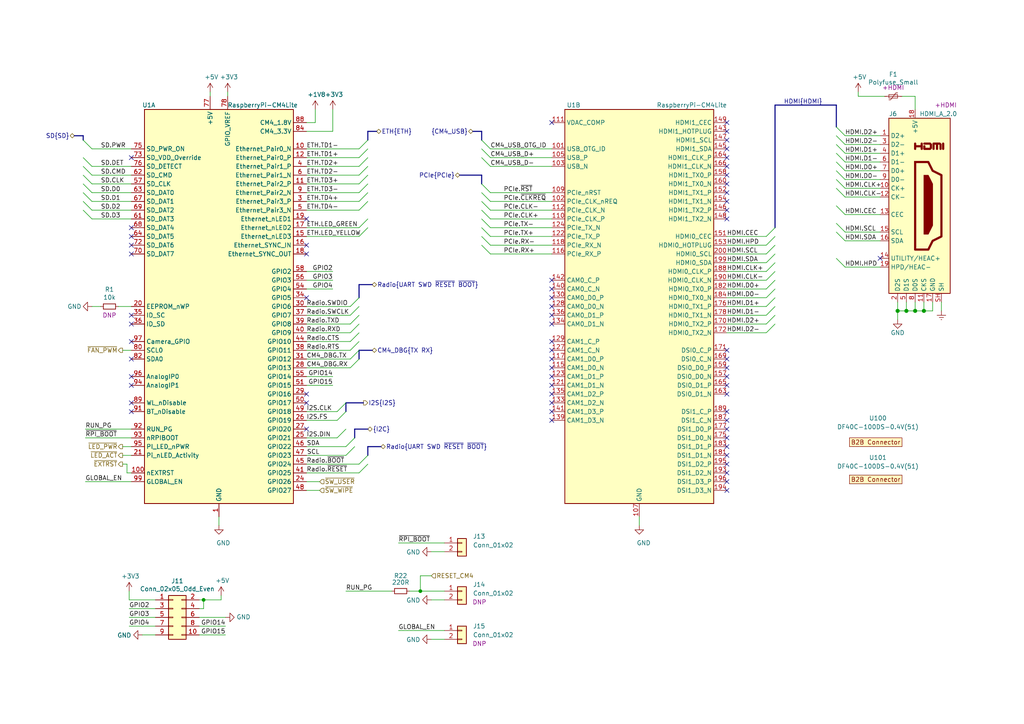
<source format=kicad_sch>
(kicad_sch (version 20210406) (generator eeschema)
  (paper "A4")
  (title_block (title "Compute Module 4") (date "2021-01-12") (rev "0.1") (company "Nabu Casa") (comment 1 "www.nabucasa.com") (comment 2 "Light Blue"))
  (bus_alias "PCIe" (members "~RST" "~CLKREQ" "CLK+" "CLK-" "TX+" "TX-" "RX+" "RX-"))
  (bus_alias "SD" (members "D[0..3]" "CMD" "CLK" "PWR" "DET"))
  (bus_alias "HDMI" (members "D0+" "D0-" "D1+" "D1-" "D2+" "D2-" "CLK+" "CLK-" "CEC" "HPD" "SDA" "SCL"))
  (bus_alias "UART" (members "TXD" "RXD" "CTS" "RTS"))
  (junction (at 59.055 173.99) (diameter 0.9144))
  (junction (at 121.92 171.45) (diameter 0.9144))
  (junction (at 260.35 90.17) (diameter 1.016))
  (junction (at 262.89 90.17) (diameter 1.016))
  (junction (at 265.43 90.17) (diameter 1.016))
  (junction (at 267.97 90.17) (diameter 1.016))
  (no_connect (at 38.1 45.72))
  (no_connect (at 38.1 66.04))
  (no_connect (at 38.1 68.58))
  (no_connect (at 38.1 71.12))
  (no_connect (at 38.1 73.66))
  (no_connect (at 38.1 91.44))
  (no_connect (at 38.1 93.98))
  (no_connect (at 38.1 99.06))
  (no_connect (at 38.1 104.14))
  (no_connect (at 38.1 109.22))
  (no_connect (at 38.1 111.76))
  (no_connect (at 38.1 116.84))
  (no_connect (at 38.1 119.38))
  (no_connect (at 88.9 63.5))
  (no_connect (at 88.9 71.12))
  (no_connect (at 88.9 73.66))
  (no_connect (at 88.9 86.36))
  (no_connect (at 88.9 114.3))
  (no_connect (at 88.9 116.84))
  (no_connect (at 88.9 124.46))
  (no_connect (at 160.02 35.56))
  (no_connect (at 160.02 81.28))
  (no_connect (at 160.02 83.82))
  (no_connect (at 160.02 86.36))
  (no_connect (at 160.02 88.9))
  (no_connect (at 160.02 91.44))
  (no_connect (at 160.02 93.98))
  (no_connect (at 160.02 99.06))
  (no_connect (at 160.02 101.6))
  (no_connect (at 160.02 104.14))
  (no_connect (at 160.02 106.68))
  (no_connect (at 160.02 109.22))
  (no_connect (at 160.02 111.76))
  (no_connect (at 160.02 114.3))
  (no_connect (at 160.02 116.84))
  (no_connect (at 160.02 119.38))
  (no_connect (at 160.02 121.92))
  (no_connect (at 210.82 35.56))
  (no_connect (at 210.82 38.1))
  (no_connect (at 210.82 40.64))
  (no_connect (at 210.82 43.18))
  (no_connect (at 210.82 45.72))
  (no_connect (at 210.82 48.26))
  (no_connect (at 210.82 50.8))
  (no_connect (at 210.82 53.34))
  (no_connect (at 210.82 55.88))
  (no_connect (at 210.82 58.42))
  (no_connect (at 210.82 60.96))
  (no_connect (at 210.82 63.5))
  (no_connect (at 210.82 101.6))
  (no_connect (at 210.82 104.14))
  (no_connect (at 210.82 106.68))
  (no_connect (at 210.82 109.22))
  (no_connect (at 210.82 111.76))
  (no_connect (at 210.82 114.3))
  (no_connect (at 210.82 119.38))
  (no_connect (at 210.82 121.92))
  (no_connect (at 210.82 124.46))
  (no_connect (at 210.82 127))
  (no_connect (at 210.82 129.54))
  (no_connect (at 210.82 132.08))
  (no_connect (at 210.82 134.62))
  (no_connect (at 210.82 137.16))
  (no_connect (at 210.82 139.7))
  (no_connect (at 210.82 142.24))
  (no_connect (at 255.27 74.93))
  (bus_entry (at 24.13 40.64) (size 2.54 2.54) (stroke (width 0.1524)))
  (bus_entry (at 24.13 45.72) (size 2.54 2.54) (stroke (width 0.1524)))
  (bus_entry (at 24.13 48.26) (size 2.54 2.54) (stroke (width 0.1524)))
  (bus_entry (at 24.13 50.8) (size 2.54 2.54) (stroke (width 0.1524)))
  (bus_entry (at 24.13 53.34) (size 2.54 2.54) (stroke (width 0.1524)))
  (bus_entry (at 24.13 55.88) (size 2.54 2.54) (stroke (width 0.1524)))
  (bus_entry (at 24.13 58.42) (size 2.54 2.54) (stroke (width 0.1524)))
  (bus_entry (at 24.13 60.96) (size 2.54 2.54) (stroke (width 0.1524)))
  (bus_entry (at 100.33 116.84) (size -2.54 2.54) (stroke (width 0.1524)))
  (bus_entry (at 100.33 119.38) (size -2.54 2.54) (stroke (width 0.1524)))
  (bus_entry (at 100.33 124.46) (size -2.54 2.54) (stroke (width 0.1524)))
  (bus_entry (at 102.87 127) (size -2.54 2.54) (stroke (width 0.1524)))
  (bus_entry (at 102.87 129.54) (size -2.54 2.54) (stroke (width 0.1524)))
  (bus_entry (at 104.14 43.18) (size 2.54 -2.54) (stroke (width 0.1524)))
  (bus_entry (at 104.14 45.72) (size 2.54 -2.54) (stroke (width 0.1524)))
  (bus_entry (at 104.14 48.26) (size 2.54 -2.54) (stroke (width 0.1524)))
  (bus_entry (at 104.14 50.8) (size 2.54 -2.54) (stroke (width 0.1524)))
  (bus_entry (at 104.14 53.34) (size 2.54 -2.54) (stroke (width 0.1524)))
  (bus_entry (at 104.14 55.88) (size 2.54 -2.54) (stroke (width 0.1524)))
  (bus_entry (at 104.14 58.42) (size 2.54 -2.54) (stroke (width 0.1524)))
  (bus_entry (at 104.14 60.96) (size 2.54 -2.54) (stroke (width 0.1524)))
  (bus_entry (at 104.14 66.04) (size 2.54 -2.54) (stroke (width 0.1524)))
  (bus_entry (at 104.14 68.58) (size 2.54 -2.54) (stroke (width 0.1524)))
  (bus_entry (at 104.14 86.36) (size -2.54 2.54) (stroke (width 0.1524)))
  (bus_entry (at 104.14 88.9) (size -2.54 2.54) (stroke (width 0.1524)))
  (bus_entry (at 104.14 91.44) (size -2.54 2.54) (stroke (width 0.1524)))
  (bus_entry (at 104.14 93.98) (size -2.54 2.54) (stroke (width 0.1524)))
  (bus_entry (at 104.14 96.52) (size -2.54 2.54) (stroke (width 0.1524)))
  (bus_entry (at 104.14 99.06) (size -2.54 2.54) (stroke (width 0.1524)))
  (bus_entry (at 104.14 101.6) (size -2.54 2.54) (stroke (width 0.1524)))
  (bus_entry (at 104.14 104.14) (size -2.54 2.54) (stroke (width 0.1524)))
  (bus_entry (at 106.68 132.08) (size -2.54 2.54) (stroke (width 0.1524)))
  (bus_entry (at 106.68 134.62) (size -2.54 2.54) (stroke (width 0.1524)))
  (bus_entry (at 139.7 40.64) (size 2.54 2.54) (stroke (width 0.1524)))
  (bus_entry (at 139.7 43.18) (size 2.54 2.54) (stroke (width 0.1524)))
  (bus_entry (at 139.7 45.72) (size 2.54 2.54) (stroke (width 0.1524)))
  (bus_entry (at 139.7 53.34) (size 2.54 2.54) (stroke (width 0.1524)))
  (bus_entry (at 139.7 55.88) (size 2.54 2.54) (stroke (width 0.1524)))
  (bus_entry (at 139.7 58.42) (size 2.54 2.54) (stroke (width 0.1524)))
  (bus_entry (at 139.7 60.96) (size 2.54 2.54) (stroke (width 0.1524)))
  (bus_entry (at 139.7 63.5) (size 2.54 2.54) (stroke (width 0.1524)))
  (bus_entry (at 139.7 66.04) (size 2.54 2.54) (stroke (width 0.1524)))
  (bus_entry (at 139.7 68.58) (size 2.54 2.54) (stroke (width 0.1524)))
  (bus_entry (at 139.7 71.12) (size 2.54 2.54) (stroke (width 0.1524)))
  (bus_entry (at 224.79 66.04) (size -2.54 2.54) (stroke (width 0.1524)))
  (bus_entry (at 224.79 68.58) (size -2.54 2.54) (stroke (width 0.1524)))
  (bus_entry (at 224.79 71.12) (size -2.54 2.54) (stroke (width 0.1524)))
  (bus_entry (at 224.79 73.66) (size -2.54 2.54) (stroke (width 0.1524)))
  (bus_entry (at 224.79 76.2) (size -2.54 2.54) (stroke (width 0.1524)))
  (bus_entry (at 224.79 78.74) (size -2.54 2.54) (stroke (width 0.1524)))
  (bus_entry (at 224.79 81.28) (size -2.54 2.54) (stroke (width 0.1524)))
  (bus_entry (at 224.79 83.82) (size -2.54 2.54) (stroke (width 0.1524)))
  (bus_entry (at 224.79 86.36) (size -2.54 2.54) (stroke (width 0.1524)))
  (bus_entry (at 224.79 88.9) (size -2.54 2.54) (stroke (width 0.1524)))
  (bus_entry (at 224.79 91.44) (size -2.54 2.54) (stroke (width 0.1524)))
  (bus_entry (at 224.79 93.98) (size -2.54 2.54) (stroke (width 0.1524)))
  (bus_entry (at 242.57 36.83) (size 2.54 2.54) (stroke (width 0.1524)))
  (bus_entry (at 242.57 39.37) (size 2.54 2.54) (stroke (width 0.1524)))
  (bus_entry (at 242.57 41.91) (size 2.54 2.54) (stroke (width 0.1524)))
  (bus_entry (at 242.57 44.45) (size 2.54 2.54) (stroke (width 0.1524)))
  (bus_entry (at 242.57 46.99) (size 2.54 2.54) (stroke (width 0.1524)))
  (bus_entry (at 242.57 49.53) (size 2.54 2.54) (stroke (width 0.1524)))
  (bus_entry (at 242.57 52.07) (size 2.54 2.54) (stroke (width 0.1524)))
  (bus_entry (at 242.57 54.61) (size 2.54 2.54) (stroke (width 0.1524)))
  (bus_entry (at 242.57 59.69) (size 2.54 2.54) (stroke (width 0.1524)))
  (bus_entry (at 242.57 64.77) (size 2.54 2.54) (stroke (width 0.1524)))
  (bus_entry (at 242.57 67.31) (size 2.54 2.54) (stroke (width 0.1524)))
  (bus_entry (at 242.57 74.93) (size 2.54 2.54) (stroke (width 0.1524)))
  (wire (pts (xy 24.765 124.46) (xy 38.1 124.46)))
  (wire (pts (xy 24.765 127) (xy 38.1 127)))
  (wire (pts (xy 24.765 139.7) (xy 38.1 139.7)))
  (wire (pts (xy 26.67 43.18) (xy 38.1 43.18)))
  (wire (pts (xy 26.67 48.26) (xy 38.1 48.26)))
  (wire (pts (xy 26.67 50.8) (xy 38.1 50.8)))
  (wire (pts (xy 26.67 53.34) (xy 38.1 53.34)))
  (wire (pts (xy 26.67 55.88) (xy 38.1 55.88)))
  (wire (pts (xy 26.67 58.42) (xy 38.1 58.42)))
  (wire (pts (xy 26.67 60.96) (xy 38.1 60.96)))
  (wire (pts (xy 26.67 63.5) (xy 38.1 63.5)))
  (wire (pts (xy 26.67 88.9) (xy 29.21 88.9)))
  (wire (pts (xy 34.29 88.9) (xy 38.1 88.9)))
  (wire (pts (xy 35.56 101.6) (xy 38.1 101.6)))
  (wire (pts (xy 35.56 129.54) (xy 38.1 129.54)))
  (wire (pts (xy 35.56 132.08) (xy 38.1 132.08)))
  (wire (pts (xy 36.83 134.62) (xy 35.56 134.62)))
  (wire (pts (xy 36.83 137.16) (xy 36.83 134.62)))
  (wire (pts (xy 37.465 173.99) (xy 37.465 171.45)))
  (wire (pts (xy 37.465 176.53) (xy 45.085 176.53)))
  (wire (pts (xy 37.465 179.07) (xy 45.085 179.07)))
  (wire (pts (xy 37.465 181.61) (xy 45.085 181.61)))
  (wire (pts (xy 38.1 137.16) (xy 36.83 137.16)))
  (wire (pts (xy 41.275 184.15) (xy 45.085 184.15)))
  (wire (pts (xy 45.085 173.99) (xy 37.465 173.99)))
  (wire (pts (xy 57.785 173.99) (xy 59.055 173.99)))
  (wire (pts (xy 57.785 176.53) (xy 59.055 176.53)))
  (wire (pts (xy 57.785 179.07) (xy 65.405 179.07)))
  (wire (pts (xy 57.785 181.61) (xy 65.405 181.61)))
  (wire (pts (xy 57.785 184.15) (xy 65.405 184.15)))
  (wire (pts (xy 59.055 173.99) (xy 64.135 173.99)))
  (wire (pts (xy 59.055 176.53) (xy 59.055 173.99)))
  (wire (pts (xy 60.96 26.67) (xy 60.96 27.94)))
  (wire (pts (xy 63.5 149.86) (xy 63.5 152.4)))
  (wire (pts (xy 64.135 173.99) (xy 64.135 172.72)))
  (wire (pts (xy 66.04 26.67) (xy 66.04 27.94)))
  (wire (pts (xy 88.9 35.56) (xy 91.44 35.56)))
  (wire (pts (xy 88.9 38.1) (xy 96.52 38.1)))
  (wire (pts (xy 88.9 43.18) (xy 104.14 43.18)))
  (wire (pts (xy 88.9 45.72) (xy 104.14 45.72)))
  (wire (pts (xy 88.9 48.26) (xy 104.14 48.26)))
  (wire (pts (xy 88.9 50.8) (xy 104.14 50.8)))
  (wire (pts (xy 88.9 53.34) (xy 104.14 53.34)))
  (wire (pts (xy 88.9 55.88) (xy 104.14 55.88)))
  (wire (pts (xy 88.9 58.42) (xy 104.14 58.42)))
  (wire (pts (xy 88.9 60.96) (xy 104.14 60.96)))
  (wire (pts (xy 88.9 66.04) (xy 104.14 66.04)))
  (wire (pts (xy 88.9 68.58) (xy 104.14 68.58)))
  (wire (pts (xy 88.9 88.9) (xy 101.6 88.9)))
  (wire (pts (xy 88.9 91.44) (xy 101.6 91.44)))
  (wire (pts (xy 88.9 93.98) (xy 101.6 93.98)))
  (wire (pts (xy 88.9 96.52) (xy 101.6 96.52)))
  (wire (pts (xy 88.9 99.06) (xy 101.6 99.06)))
  (wire (pts (xy 88.9 101.6) (xy 101.6 101.6)))
  (wire (pts (xy 88.9 104.14) (xy 101.6 104.14)))
  (wire (pts (xy 88.9 106.68) (xy 101.6 106.68)))
  (wire (pts (xy 88.9 109.22) (xy 96.52 109.22)))
  (wire (pts (xy 88.9 111.76) (xy 96.52 111.76)))
  (wire (pts (xy 88.9 119.38) (xy 97.79 119.38)))
  (wire (pts (xy 88.9 121.92) (xy 97.79 121.92)))
  (wire (pts (xy 88.9 127) (xy 97.79 127)))
  (wire (pts (xy 88.9 129.54) (xy 100.33 129.54)))
  (wire (pts (xy 88.9 132.08) (xy 100.33 132.08)))
  (wire (pts (xy 88.9 134.62) (xy 104.14 134.62)))
  (wire (pts (xy 88.9 137.16) (xy 104.14 137.16)))
  (wire (pts (xy 88.9 139.7) (xy 92.71 139.7)))
  (wire (pts (xy 88.9 142.24) (xy 92.71 142.24)))
  (wire (pts (xy 91.44 35.56) (xy 91.44 31.75)))
  (wire (pts (xy 96.52 38.1) (xy 96.52 31.75)))
  (wire (pts (xy 96.52 78.74) (xy 88.9 78.74)))
  (wire (pts (xy 96.52 81.28) (xy 88.9 81.28)))
  (wire (pts (xy 96.52 83.82) (xy 88.9 83.82)))
  (wire (pts (xy 100.33 171.45) (xy 113.665 171.45)))
  (wire (pts (xy 115.57 157.48) (xy 128.905 157.48)))
  (wire (pts (xy 115.57 182.88) (xy 128.905 182.88)))
  (wire (pts (xy 118.745 171.45) (xy 121.92 171.45)))
  (wire (pts (xy 121.92 167.005) (xy 121.92 171.45)))
  (wire (pts (xy 121.92 171.45) (xy 128.905 171.45)))
  (wire (pts (xy 125.095 160.02) (xy 128.905 160.02)))
  (wire (pts (xy 125.095 167.005) (xy 121.92 167.005)))
  (wire (pts (xy 125.095 173.99) (xy 128.905 173.99)))
  (wire (pts (xy 125.095 185.42) (xy 128.905 185.42)))
  (wire (pts (xy 142.24 43.18) (xy 160.02 43.18)))
  (wire (pts (xy 142.24 45.72) (xy 160.02 45.72)))
  (wire (pts (xy 142.24 48.26) (xy 160.02 48.26)))
  (wire (pts (xy 142.24 55.88) (xy 160.02 55.88)))
  (wire (pts (xy 142.24 58.42) (xy 160.02 58.42)))
  (wire (pts (xy 142.24 60.96) (xy 160.02 60.96)))
  (wire (pts (xy 142.24 63.5) (xy 160.02 63.5)))
  (wire (pts (xy 142.24 66.04) (xy 160.02 66.04)))
  (wire (pts (xy 142.24 68.58) (xy 160.02 68.58)))
  (wire (pts (xy 142.24 71.12) (xy 160.02 71.12)))
  (wire (pts (xy 142.24 73.66) (xy 160.02 73.66)))
  (wire (pts (xy 185.42 149.86) (xy 185.42 152.4)))
  (wire (pts (xy 210.82 68.58) (xy 222.25 68.58)))
  (wire (pts (xy 210.82 71.12) (xy 222.25 71.12)))
  (wire (pts (xy 210.82 73.66) (xy 222.25 73.66)))
  (wire (pts (xy 210.82 76.2) (xy 222.25 76.2)))
  (wire (pts (xy 210.82 78.74) (xy 222.25 78.74)))
  (wire (pts (xy 210.82 81.28) (xy 222.25 81.28)))
  (wire (pts (xy 210.82 83.82) (xy 222.25 83.82)))
  (wire (pts (xy 210.82 86.36) (xy 222.25 86.36)))
  (wire (pts (xy 210.82 88.9) (xy 222.25 88.9)))
  (wire (pts (xy 210.82 91.44) (xy 222.25 91.44)))
  (wire (pts (xy 210.82 93.98) (xy 222.25 93.98)))
  (wire (pts (xy 210.82 96.52) (xy 222.25 96.52)))
  (wire (pts (xy 245.11 39.37) (xy 255.27 39.37)))
  (wire (pts (xy 245.11 41.91) (xy 255.27 41.91)))
  (wire (pts (xy 245.11 44.45) (xy 255.27 44.45)))
  (wire (pts (xy 245.11 46.99) (xy 255.27 46.99)))
  (wire (pts (xy 245.11 49.53) (xy 255.27 49.53)))
  (wire (pts (xy 245.11 52.07) (xy 255.27 52.07)))
  (wire (pts (xy 245.11 54.61) (xy 255.27 54.61)))
  (wire (pts (xy 245.11 57.15) (xy 255.27 57.15)))
  (wire (pts (xy 245.11 62.23) (xy 255.27 62.23)))
  (wire (pts (xy 245.11 67.31) (xy 255.27 67.31)))
  (wire (pts (xy 245.11 69.85) (xy 255.27 69.85)))
  (wire (pts (xy 245.11 77.47) (xy 255.27 77.47)))
  (wire (pts (xy 248.92 27.94) (xy 248.92 26.67)))
  (wire (pts (xy 256.54 27.94) (xy 248.92 27.94)))
  (wire (pts (xy 260.35 87.63) (xy 260.35 90.17)))
  (wire (pts (xy 260.35 90.17) (xy 260.35 92.71)))
  (wire (pts (xy 260.35 90.17) (xy 262.89 90.17)))
  (wire (pts (xy 262.89 90.17) (xy 262.89 87.63)))
  (wire (pts (xy 262.89 90.17) (xy 265.43 90.17)))
  (wire (pts (xy 265.43 27.94) (xy 261.62 27.94)))
  (wire (pts (xy 265.43 31.75) (xy 265.43 27.94)))
  (wire (pts (xy 265.43 90.17) (xy 265.43 87.63)))
  (wire (pts (xy 265.43 90.17) (xy 267.97 90.17)))
  (wire (pts (xy 267.97 90.17) (xy 267.97 87.63)))
  (wire (pts (xy 267.97 90.17) (xy 270.51 90.17)))
  (wire (pts (xy 270.51 90.17) (xy 270.51 87.63)))
  (wire (pts (xy 273.05 90.17) (xy 273.05 87.63)))
  (bus (pts (xy 21.59 39.37) (xy 24.13 39.37)))
  (bus (pts (xy 24.13 39.37) (xy 24.13 60.96)))
  (bus (pts (xy 100.33 116.84) (xy 100.33 124.46)))
  (bus (pts (xy 102.87 124.46) (xy 102.87 129.54)))
  (bus (pts (xy 104.14 82.55) (xy 104.14 99.06)))
  (bus (pts (xy 104.14 101.6) (xy 107.95 101.6)))
  (bus (pts (xy 104.14 104.14) (xy 104.14 101.6)))
  (bus (pts (xy 105.41 116.84) (xy 100.33 116.84)))
  (bus (pts (xy 106.68 38.1) (xy 106.68 66.04)))
  (bus (pts (xy 106.68 38.1) (xy 109.22 38.1)))
  (bus (pts (xy 106.68 124.46) (xy 102.87 124.46)))
  (bus (pts (xy 106.68 129.54) (xy 106.68 134.62)))
  (bus (pts (xy 107.95 82.55) (xy 104.14 82.55)))
  (bus (pts (xy 110.49 129.54) (xy 106.68 129.54)))
  (bus (pts (xy 133.35 50.8) (xy 139.7 50.8)))
  (bus (pts (xy 137.16 38.1) (xy 139.7 38.1)))
  (bus (pts (xy 139.7 38.1) (xy 139.7 45.72)))
  (bus (pts (xy 139.7 50.8) (xy 139.7 71.12)))
  (bus (pts (xy 224.79 30.48) (xy 224.79 93.98)))
  (bus (pts (xy 242.57 30.48) (xy 224.79 30.48)))
  (bus (pts (xy 242.57 30.48) (xy 242.57 74.93)))
  (label "RUN_PG" (at 24.765 124.46 0))
  (label "~RPI_BOOT" (at 24.765 127 0))
  (label "GLOBAL_EN" (at 24.765 139.7 0))
  (label "SD.PWR" (at 29.21 43.18 0))
  (label "SD.DET" (at 29.21 48.26 0))
  (label "SD.CMD" (at 29.21 50.8 0))
  (label "SD.CLK" (at 29.21 53.34 0))
  (label "SD.D0" (at 29.21 55.88 0))
  (label "SD.D1" (at 29.21 58.42 0))
  (label "SD.D2" (at 29.21 60.96 0))
  (label "SD.D3" (at 29.21 63.5 0))
  (label "GPIO2" (at 37.465 176.53 0))
  (label "GPIO3" (at 37.465 179.07 0))
  (label "GPIO4" (at 37.465 181.61 0))
  (label "GPIO14" (at 65.405 181.61 180))
  (label "GPIO15" (at 65.405 184.15 180))
  (label "ETH.TD1-" (at 88.9 43.18 0))
  (label "ETH.TD1+" (at 88.9 45.72 0))
  (label "ETH.TD2+" (at 88.9 48.26 0))
  (label "ETH.TD2-" (at 88.9 50.8 0))
  (label "ETH.TD3+" (at 88.9 53.34 0))
  (label "ETH.TD3-" (at 88.9 55.88 0))
  (label "ETH.TD4+" (at 88.9 58.42 0))
  (label "ETH.TD4-" (at 88.9 60.96 0))
  (label "ETH.LED_GREEN" (at 88.9 66.04 0))
  (label "ETH.LED_YELLOW" (at 88.9 68.58 0))
  (label "Radio.SWDIO" (at 88.9 88.9 0))
  (label "Radio.SWCLK" (at 88.9 91.44 0))
  (label "Radio.TXD" (at 88.9 93.98 0))
  (label "Radio.RXD" (at 88.9 96.52 0))
  (label "Radio.CTS" (at 88.9 99.06 0))
  (label "Radio.RTS" (at 88.9 101.6 0))
  (label "CM4_DBG.TX" (at 88.9 104.14 0))
  (label "CM4_DBG.RX" (at 88.9 106.68 0))
  (label "I2S.CLK" (at 88.9 119.38 0))
  (label "I2S.FS" (at 88.9 121.92 0))
  (label "I2S.DIN" (at 88.9 127 0))
  (label "Radio.~BOOT" (at 88.9 134.62 0))
  (label "Radio.~RESET" (at 88.9 137.16 0))
  (label "SDA" (at 92.71 129.54 180))
  (label "SCL" (at 92.71 132.08 180))
  (label "GPIO2" (at 96.52 78.74 180))
  (label "GPIO3" (at 96.52 81.28 180))
  (label "GPIO4" (at 96.52 83.82 180))
  (label "GPIO14" (at 96.52 109.22 180))
  (label "GPIO15" (at 96.52 111.76 180))
  (label "RUN_PG" (at 100.33 171.45 0))
  (label "~RPI_BOOT" (at 115.57 157.48 0))
  (label "GLOBAL_EN" (at 115.57 182.88 0))
  (label "CM4_USB_OTG_ID" (at 142.24 43.18 0))
  (label "CM4_USB_D+" (at 142.24 45.72 0))
  (label "CM4_USB_D-" (at 142.24 48.26 0))
  (label "PCIe.~RST" (at 146.05 55.88 0))
  (label "PCIe.~CLKREQ" (at 146.05 58.42 0))
  (label "PCIe.CLK-" (at 146.05 60.96 0))
  (label "PCIe.CLK+" (at 146.05 63.5 0))
  (label "PCIe.TX-" (at 146.05 66.04 0))
  (label "PCIe.TX+" (at 146.05 68.58 0))
  (label "PCIe.RX-" (at 146.05 71.12 0))
  (label "PCIe.RX+" (at 146.05 73.66 0))
  (label "HDMI.CEC" (at 210.82 68.58 0))
  (label "HDMI.HPD" (at 210.82 71.12 0))
  (label "HDMI.SCL" (at 210.82 73.66 0))
  (label "HDMI.SDA" (at 210.82 76.2 0))
  (label "HDMI.CLK+" (at 210.82 78.74 0))
  (label "HDMI.CLK-" (at 210.82 81.28 0))
  (label "HDMI.D0+" (at 210.82 83.82 0))
  (label "HDMI.D0-" (at 210.82 86.36 0))
  (label "HDMI.D1+" (at 210.82 88.9 0))
  (label "HDMI.D1-" (at 210.82 91.44 0))
  (label "HDMI.D2+" (at 210.82 93.98 0))
  (label "HDMI.D2-" (at 210.82 96.52 0))
  (label "HDMI{HDMI}" (at 227.33 30.48 0))
  (label "HDMI.D2+" (at 245.11 39.37 0))
  (label "HDMI.D2-" (at 245.11 41.91 0))
  (label "HDMI.D1+" (at 245.11 44.45 0))
  (label "HDMI.D1-" (at 245.11 46.99 0))
  (label "HDMI.D0+" (at 245.11 49.53 0))
  (label "HDMI.D0-" (at 245.11 52.07 0))
  (label "HDMI.CLK+" (at 245.11 54.61 0))
  (label "HDMI.CLK-" (at 245.11 57.15 0))
  (label "HDMI.CEC" (at 245.11 62.23 0))
  (label "HDMI.SCL" (at 245.11 67.31 0))
  (label "HDMI.SDA" (at 245.11 69.85 0))
  (label "HDMI.HPD" (at 245.11 77.47 0))
  (hierarchical_label "SD{SD}" (shape bidirectional) (at 21.59 39.37 180))
  (hierarchical_label "~FAN_PWM" (shape output) (at 35.56 101.6 180))
  (hierarchical_label "~LED_PWR" (shape output) (at 35.56 129.54 180))
  (hierarchical_label "~LED_ACT" (shape output) (at 35.56 132.08 180))
  (hierarchical_label "~EXTRST" (shape output) (at 35.56 134.62 180))
  (hierarchical_label "~SW_USER" (shape input) (at 92.71 139.7 0))
  (hierarchical_label "~SW_WIPE" (shape input) (at 92.71 142.24 0))
  (hierarchical_label "I2S{I2S}" (shape output) (at 105.41 116.84 0))
  (hierarchical_label "{I2C}" (shape bidirectional) (at 106.68 124.46 0))
  (hierarchical_label "Radio{UART SWD ~RESET ~BOOT}" (shape bidirectional) (at 107.95 82.55 0))
  (hierarchical_label "CM4_DBG{TX RX}" (shape bidirectional) (at 107.95 101.6 0))
  (hierarchical_label "ETH{ETH}" (shape bidirectional) (at 109.22 38.1 0))
  (hierarchical_label "Radio{UART SWD ~RESET ~BOOT}" (shape bidirectional) (at 110.49 129.54 0))
  (hierarchical_label "RESET_CM4" (shape input) (at 125.095 167.005 0))
  (hierarchical_label "PCIe{PCIe}" (shape bidirectional) (at 133.35 50.8 180))
  (hierarchical_label "{CM4_USB}" (shape bidirectional) (at 137.16 38.1 180))
  (symbol (lib_id "power:+3V3") (at 37.465 171.45 0) (unit 1)
    (property "Reference" "#PWR0111" (effects hide))
    (property "Value" "+3V3" (at 37.8333 167.1256 0))
  )
  (symbol (lib_id "power:+5V") (at 60.96 26.67 0) (unit 1)
    (property "Reference" "#PWR0105" (effects hide))
    (property "Value" "+5V" (at 61.3283 22.3456 0))
  )
  (symbol (lib_id "power:+5V") (at 64.135 172.72 0) (unit 1)
    (property "Reference" "#PWR0112" (effects hide))
    (property "Value" "+5V" (at 64.5033 168.3956 0))
  )
  (symbol (lib_id "power:+3V3") (at 66.04 26.67 0) (unit 1)
    (property "Reference" "#PWR0106" (effects hide))
    (property "Value" "+3V3" (at 66.4083 22.3456 0))
  )
  (symbol (lib_id "power:+1V8") (at 91.44 31.75 0) (unit 1)
    (property "Reference" "#PWR0107" (effects hide))
    (property "Value" "+1V8" (at 91.8083 27.4256 0))
  )
  (symbol (lib_id "power:+3V3") (at 96.52 31.75 0) (unit 1)
    (property "Reference" "#PWR0108" (effects hide))
    (property "Value" "+3V3" (at 96.8883 27.4256 0))
  )
  (symbol (lib_id "power:+5V") (at 248.92 26.67 0) (unit 1)
    (property "Reference" "#PWR0103" (effects hide))
    (property "Value" "+5V" (at 249.2883 22.3456 0))
  )
  (symbol (lib_id "power:GND") (at 26.67 88.9 270) (unit 1)
    (property "Reference" "#PWR0104" (effects hide))
    (property "Value" "GND" (at 21.59 88.9 90))
  )
  (symbol (lib_id "power:GND") (at 41.275 184.15 270) (unit 1)
    (property "Reference" "#PWR0110" (effects hide))
    (property "Value" "GND" (at 38.1 184.2643 90) (effects (justify right)))
  )
  (symbol (lib_id "power:GND") (at 63.5 152.4 0) (unit 1)
    (property "Reference" "#PWR0109" (effects hide))
    (property "Value" "GND" (at 64.77 157.48 0))
  )
  (symbol (lib_id "power:GND") (at 65.405 179.07 90) (unit 1)
    (property "Reference" "#PWR0113" (effects hide))
    (property "Value" "GND" (at 68.5801 178.9557 90) (effects (justify right)))
  )
  (symbol (lib_id "power:GND") (at 125.095 160.02 270) (unit 1)
    (property "Reference" "#PWR0190" (effects hide))
    (property "Value" "GND" (at 121.92 160.1343 90) (effects (justify right)))
  )
  (symbol (lib_id "power:GND") (at 125.095 173.99 270) (unit 1)
    (property "Reference" "#PWR0127" (effects hide))
    (property "Value" "GND" (at 121.92 174.1043 90) (effects (justify right)))
  )
  (symbol (lib_id "power:GND") (at 125.095 185.42 270) (unit 1)
    (property "Reference" "#PWR0125" (effects hide))
    (property "Value" "GND" (at 121.92 185.5343 90) (effects (justify right)))
  )
  (symbol (lib_id "power:GND") (at 185.42 152.4 0) (unit 1)
    (property "Reference" "#PWR0114" (effects hide))
    (property "Value" "GND" (at 186.69 157.48 0))
  )
  (symbol (lib_id "power:GND") (at 260.35 92.71 0) (unit 1)
    (property "Reference" "#PWR0101" (effects hide))
    (property "Value" "GND" (at 260.35 96.52 0))
  )
  (symbol (lib_id "power:Earth") (at 273.05 90.17 0) (unit 1)
    (property "Reference" "#PWR0102" (effects hide))
    (property "Value" "Earth" (effects hide))
  )
  (symbol (lib_id "Device:R_Small") (at 31.75 88.9 90) (unit 1)
    (property "Reference" "R1" (at 31.75 83.9532 90))
    (property "Value" "10k" (at 31.75 86.252 90))
    (property "Footprint" "Resistor_SMD:R_0402_1005Metric" (effects hide))
    (property "Config" "DNP" (at 31.75 91.44 90))
  )
  (symbol (lib_id "Device:R_Small") (at 116.205 171.45 90) (unit 1)
    (property "Reference" "R22" (at 116.205 167.005 90))
    (property "Value" "220R" (at 116.205 168.91 90))
    (property "Footprint" "Resistor_SMD:R_0402_1005Metric" (effects hide))
  )
  (symbol (lib_id "Device:Polyfuse_Small") (at 259.08 27.94 90) (unit 1)
    (property "Reference" "F1" (at 259.08 21.5708 90))
    (property "Value" "Polyfuse_Small" (at 259.08 23.8695 90))
    (property "Footprint" "Fuse:Fuse_1206_3216Metric" (effects hide))
    (property "Config" "+HDMI" (at 259.08 25.4 90))
    (property "Manufacturer" "Bel Fuse" (effects hide))
    (property "PartNumber" "0ZCJ0010FF2E" (effects hide))
  )
  (symbol (lib_id "Connector_Generic:Conn_01x02") (at 133.985 157.48 0) (unit 1)
    (property "Reference" "J13" (at 137.16 155.5749 0) (effects (justify left)))
    (property "Value" "Conn_01x02" (at 137.16 158.1149 0) (effects (justify left)))
    (property "Footprint" "Connector_PinHeader_2.54mm:PinHeader_1x02_P2.54mm_Vertical" (effects hide))
    (property "Manufacturer" "Adam Tech" (effects hide))
    (property "PartNumber" "PH1-02-UA" (effects hide))
  )
  (symbol (lib_id "Connector_Generic:Conn_01x02") (at 133.985 171.45 0) (unit 1)
    (property "Reference" "J14" (at 137.16 169.5449 0) (effects (justify left)))
    (property "Value" "Conn_01x02" (at 137.16 172.0849 0) (effects (justify left)))
    (property "Footprint" "Connector_PinHeader_2.54mm:PinHeader_1x02_P2.54mm_Vertical" (effects hide))
    (property "Config" "DNP" (at 139.065 174.625 0))
    (property "Manufacturer" "Adam Tech" (effects hide))
    (property "PartNumber" "PH1-02-UA" (effects hide))
  )
  (symbol (lib_id "Connector_Generic:Conn_01x02") (at 133.985 182.88 0) (unit 1)
    (property "Reference" "J15" (at 137.16 181.6099 0) (effects (justify left)))
    (property "Value" "Conn_01x02" (at 137.16 184.1499 0) (effects (justify left)))
    (property "Footprint" "Connector_PinHeader_2.54mm:PinHeader_1x02_P2.54mm_Vertical" (effects hide))
    (property "Config" "DNP" (at 139.065 186.69 0))
    (property "Manufacturer" "Adam Tech" (effects hide))
    (property "PartNumber" "PH1-02-UA" (effects hide))
  )
  (symbol (lib_id "LightBlue:DF40C-100DS-0.4V(51)") (at 254 128.27 0) (unit 1) (on_board no)
    (property "Reference" "U100" (at 254.635 121.285 0))
    (property "Value" "DF40C-100DS-0.4V(51)" (at 254.635 123.825 0))
    (property "Datasheet" "https://www.hirose.com/product/download/?distributor=digikey&type=specSheet&lang=en&num=DF40C-100DS-0.4V(51)" (effects hide))
    (property "Manufacturer" "Hirose Electric" (effects hide))
    (property "PartNumber" "DF40C-100DS-0.4V(51)" (effects hide))
  )
  (symbol (lib_id "LightBlue:DF40C-100DS-0.4V(51)") (at 254 139.065 0) (unit 1) (on_board no)
    (property "Reference" "U101" (at 254.635 132.715 0))
    (property "Value" "DF40C-100DS-0.4V(51)" (at 254.635 135.255 0))
    (property "Datasheet" "https://www.hirose.com/product/download/?distributor=digikey&type=specSheet&lang=en&num=DF40C-100DS-0.4V(51)" (effects hide))
    (property "Manufacturer" "Hirose Electric" (effects hide))
    (property "PartNumber" "DF40C-100DS-0.4V(51)" (effects hide))
  )
  (symbol (lib_id "Connector_Generic:Conn_02x05_Odd_Even") (at 50.165 179.07 0) (unit 1)
    (property "Reference" "J11" (at 51.435 168.5098 0))
    (property "Value" "Conn_02x05_Odd_Even" (at 51.435 170.8085 0))
    (property "Footprint" "Connector_PinHeader_2.54mm:PinHeader_2x05_P2.54mm_Vertical" (effects hide))
    (property "Manufacturer" "Adam Tech" (effects hide))
    (property "PartNumber" "PH2-10-UA" (effects hide))
  )
  (symbol (lib_id "Connector:HDMI_A_1.4") (at 265.43 59.69 0) (unit 1)
    (property "Reference" "J6" (at 257.81 33.02 0) (effects (justify left)))
    (property "Value" "HDMI_A_2.0" (at 266.7 33.02 0) (effects (justify left)))
    (property "Footprint" "Connector_HDMI:HDMI_Micro-D_Molex_46765-1x01" (effects hide))
    (property "Datasheet" "https://en.wikipedia.org/wiki/HDMI" (effects hide))
    (property "Config" "+HDMI" (at 274.32 30.48 0))
    (property "Manufacturer" "Molex" (effects hide))
    (property "PartNumber" "0467651301" (effects hide))
  )
  (symbol (lib_name "LightBlue:RaspberryPi-CM4Lite_1") (lib_id "LightBlue:RaspberryPi-CM4Lite") (at 185.42 88.9 0) (unit 2)
    (property "Reference" "U1" (at 166.37 30.48 0))
    (property "Value" "RaspberryPi-CM4Lite" (at 200.66 30.48 0))
    (property "Footprint" "LightBlue:RaspberryPi-CM4" (effects hide))
    (property "Manufacturer" "Raspberry Pi Foundation" (effects hide))
    (property "PartNumber" "CM4002016" (effects hide))
  )
  (symbol (lib_id "LightBlue:RaspberryPi-CM4Lite") (at 63.5 88.9 0) (unit 1)
    (property "Reference" "U1" (at 43.18 30.48 0))
    (property "Value" "RaspberryPi-CM4Lite" (at 76.2 30.48 0))
    (property "Footprint" "LightBlue:RaspberryPi-CM4" (effects hide))
    (property "Datasheet" "https://datasheets.raspberrypi.org/cm4/cm4-datasheet.pdf" (effects hide))
    (property "Manufacturer" "Raspberry Pi Foundation" (effects hide))
    (property "PartNumber" "CM4002016" (effects hide))
    (pin "76" (alternate "SD_DETECT"))
  )
)
</source>
